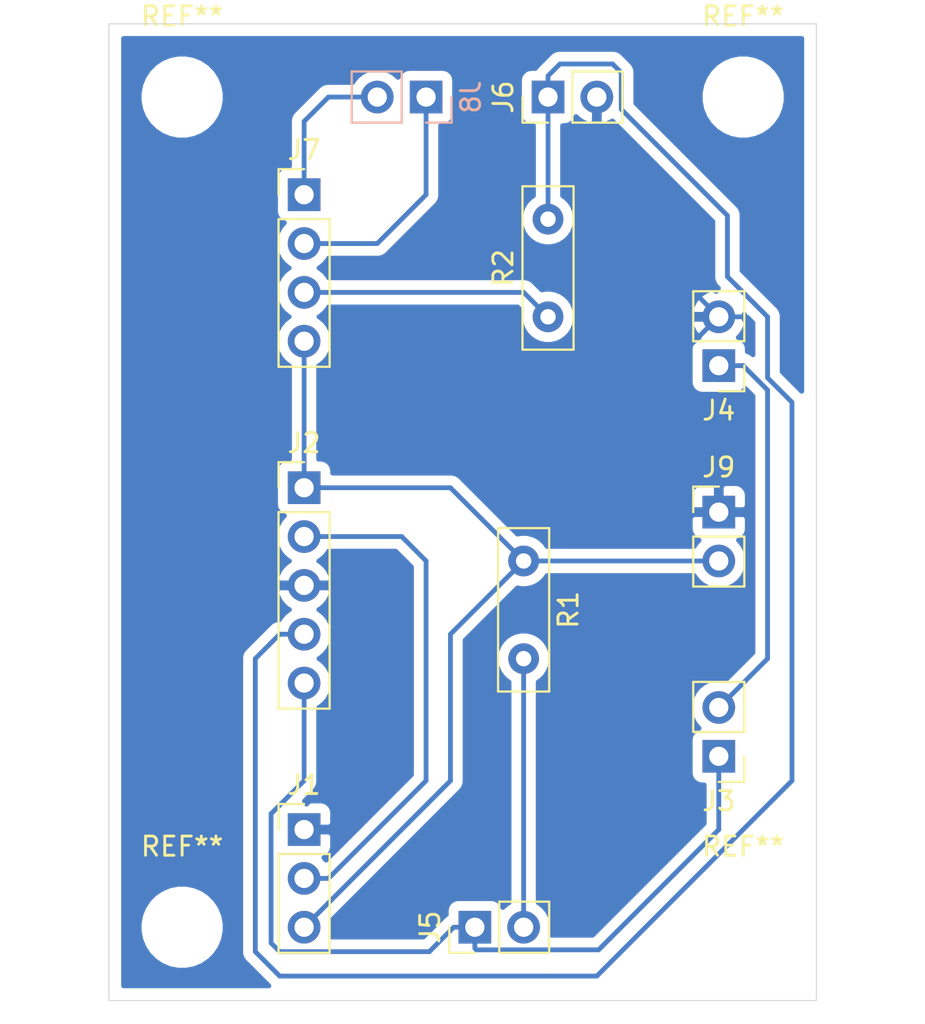
<source format=kicad_pcb>
(kicad_pcb (version 20171130) (host pcbnew "(5.1.0-0)")

  (general
    (thickness 1.6)
    (drawings 4)
    (tracks 76)
    (zones 0)
    (modules 15)
    (nets 11)
  )

  (page A)
  (title_block
    (title "K40 Interface Board")
    (date 2019-03-24)
    (rev 1.0)
    (company "Clifton Jones")
  )

  (layers
    (0 F.Cu signal)
    (31 B.Cu signal)
    (33 F.Adhes user)
    (35 F.Paste user)
    (37 F.SilkS user)
    (39 F.Mask user)
    (40 Dwgs.User user)
    (41 Cmts.User user)
    (42 Eco1.User user)
    (43 Eco2.User user)
    (44 Edge.Cuts user)
    (45 Margin user)
    (46 B.CrtYd user)
    (47 F.CrtYd user)
    (49 F.Fab user)
  )

  (setup
    (last_trace_width 0.25)
    (trace_clearance 0.2)
    (zone_clearance 0.508)
    (zone_45_only no)
    (trace_min 0.2)
    (via_size 0.8)
    (via_drill 0.4)
    (via_min_size 0.4)
    (via_min_drill 0.3)
    (uvia_size 0.3)
    (uvia_drill 0.1)
    (uvias_allowed no)
    (uvia_min_size 0.2)
    (uvia_min_drill 0.1)
    (edge_width 0.05)
    (segment_width 0.2)
    (pcb_text_width 0.3)
    (pcb_text_size 1.5 1.5)
    (mod_edge_width 0.12)
    (mod_text_size 1 1)
    (mod_text_width 0.15)
    (pad_size 1.524 1.524)
    (pad_drill 0.762)
    (pad_to_mask_clearance 0.051)
    (solder_mask_min_width 0.25)
    (aux_axis_origin 0 0)
    (visible_elements FFFFFF7F)
    (pcbplotparams
      (layerselection 0x00000_fffffffe)
      (usegerberextensions false)
      (usegerberattributes false)
      (usegerberadvancedattributes false)
      (creategerberjobfile false)
      (excludeedgelayer true)
      (linewidth 0.100000)
      (plotframeref false)
      (viasonmask false)
      (mode 1)
      (useauxorigin false)
      (hpglpennumber 1)
      (hpglpenspeed 20)
      (hpglpendiameter 15.000000)
      (psnegative false)
      (psa4output false)
      (plotreference true)
      (plotvalue true)
      (plotinvisibletext false)
      (padsonsilk false)
      (subtractmaskfromsilk false)
      (outputformat 1)
      (mirror false)
      (drillshape 0)
      (scaleselection 1)
      (outputdirectory ""))
  )

  (net 0 "")
  (net 1 +5V)
  (net 2 /IN)
  (net 3 GND)
  (net 4 /EN_LED+)
  (net 5 /K-)
  (net 6 "Net-(J3-Pad2)")
  (net 7 /EN_LED-)
  (net 8 /Act_LED-)
  (net 9 "Net-(J7-Pad2)")
  (net 10 "Net-(J7-Pad1)")

  (net_class Default "This is the default net class."
    (clearance 0.2)
    (trace_width 0.25)
    (via_dia 0.8)
    (via_drill 0.4)
    (uvia_dia 0.3)
    (uvia_drill 0.1)
    (add_net +5V)
    (add_net /Act_LED-)
    (add_net /EN_LED+)
    (add_net /EN_LED-)
    (add_net /IN)
    (add_net /K-)
    (add_net GND)
    (add_net "Net-(J3-Pad2)")
    (add_net "Net-(J7-Pad1)")
    (add_net "Net-(J7-Pad2)")
  )

  (module Mounting_Holes:MountingHole_3.2mm_M3 (layer F.Cu) (tedit 56D1B4CB) (tstamp 5C9C2772)
    (at 120.65 118.11)
    (descr "Mounting Hole 3.2mm, no annular, M3")
    (tags "mounting hole 3.2mm no annular m3")
    (attr virtual)
    (fp_text reference REF** (at 0 -4.2) (layer F.SilkS)
      (effects (font (size 1 1) (thickness 0.15)))
    )
    (fp_text value MountingHole_3.2mm_M3 (at 0 4.2) (layer F.Fab)
      (effects (font (size 1 1) (thickness 0.15)))
    )
    (fp_text user %R (at 0.3 0) (layer F.Fab)
      (effects (font (size 1 1) (thickness 0.15)))
    )
    (fp_circle (center 0 0) (end 3.2 0) (layer Cmts.User) (width 0.15))
    (fp_circle (center 0 0) (end 3.45 0) (layer F.CrtYd) (width 0.05))
    (pad 1 np_thru_hole circle (at 0 0) (size 3.2 3.2) (drill 3.2) (layers *.Cu *.Mask))
  )

  (module Mounting_Holes:MountingHole_3.2mm_M3 (layer F.Cu) (tedit 56D1B4CB) (tstamp 5C9C2759)
    (at 91.44 118.11)
    (descr "Mounting Hole 3.2mm, no annular, M3")
    (tags "mounting hole 3.2mm no annular m3")
    (attr virtual)
    (fp_text reference REF** (at 0 -4.2) (layer F.SilkS)
      (effects (font (size 1 1) (thickness 0.15)))
    )
    (fp_text value MountingHole_3.2mm_M3 (at 0 4.2) (layer F.Fab)
      (effects (font (size 1 1) (thickness 0.15)))
    )
    (fp_circle (center 0 0) (end 3.45 0) (layer F.CrtYd) (width 0.05))
    (fp_circle (center 0 0) (end 3.2 0) (layer Cmts.User) (width 0.15))
    (fp_text user %R (at 0.3 0) (layer F.Fab)
      (effects (font (size 1 1) (thickness 0.15)))
    )
    (pad 1 np_thru_hole circle (at 0 0) (size 3.2 3.2) (drill 3.2) (layers *.Cu *.Mask))
  )

  (module Mounting_Holes:MountingHole_3.2mm_M3 (layer F.Cu) (tedit 56D1B4CB) (tstamp 5C9C2745)
    (at 120.65 74.93)
    (descr "Mounting Hole 3.2mm, no annular, M3")
    (tags "mounting hole 3.2mm no annular m3")
    (attr virtual)
    (fp_text reference REF** (at 0 -4.2) (layer F.SilkS)
      (effects (font (size 1 1) (thickness 0.15)))
    )
    (fp_text value MountingHole_3.2mm_M3 (at 0 4.2) (layer F.Fab)
      (effects (font (size 1 1) (thickness 0.15)))
    )
    (fp_circle (center 0 0) (end 3.45 0) (layer F.CrtYd) (width 0.05))
    (fp_circle (center 0 0) (end 3.2 0) (layer Cmts.User) (width 0.15))
    (fp_text user %R (at 0.3 0) (layer F.Fab)
      (effects (font (size 1 1) (thickness 0.15)))
    )
    (pad 1 np_thru_hole circle (at 0 0) (size 3.2 3.2) (drill 3.2) (layers *.Cu *.Mask))
  )

  (module Mounting_Holes:MountingHole_3.2mm_M3 (layer F.Cu) (tedit 56D1B4CB) (tstamp 5C984AC0)
    (at 91.44 74.93)
    (descr "Mounting Hole 3.2mm, no annular, M3")
    (tags "mounting hole 3.2mm no annular m3")
    (attr virtual)
    (fp_text reference REF** (at 0 -4.2) (layer F.SilkS)
      (effects (font (size 1 1) (thickness 0.15)))
    )
    (fp_text value MountingHole_3.2mm_M3 (at 0 4.2) (layer F.Fab)
      (effects (font (size 1 1) (thickness 0.15)))
    )
    (fp_text user %R (at 0.3 0) (layer F.Fab)
      (effects (font (size 1 1) (thickness 0.15)))
    )
    (fp_circle (center 0 0) (end 3.2 0) (layer Cmts.User) (width 0.15))
    (fp_circle (center 0 0) (end 3.45 0) (layer F.CrtYd) (width 0.05))
    (pad 1 np_thru_hole circle (at 0 0) (size 3.2 3.2) (drill 3.2) (layers *.Cu *.Mask))
  )

  (module Pin_Headers:Pin_Header_Straight_1x03_Pitch2.54mm (layer F.Cu) (tedit 59650532) (tstamp 5C984386)
    (at 97.79 113.03)
    (descr "Through hole straight pin header, 1x03, 2.54mm pitch, single row")
    (tags "Through hole pin header THT 1x03 2.54mm single row")
    (path /5C6B80EE)
    (fp_text reference J1 (at 0 -2.33) (layer F.SilkS)
      (effects (font (size 1 1) (thickness 0.15)))
    )
    (fp_text value "Current Adj" (at 0 7.41) (layer F.Fab)
      (effects (font (size 1 1) (thickness 0.15)))
    )
    (fp_text user %R (at 0 2.54 90) (layer F.Fab)
      (effects (font (size 1 1) (thickness 0.15)))
    )
    (fp_line (start 1.8 -1.8) (end -1.8 -1.8) (layer F.CrtYd) (width 0.05))
    (fp_line (start 1.8 6.85) (end 1.8 -1.8) (layer F.CrtYd) (width 0.05))
    (fp_line (start -1.8 6.85) (end 1.8 6.85) (layer F.CrtYd) (width 0.05))
    (fp_line (start -1.8 -1.8) (end -1.8 6.85) (layer F.CrtYd) (width 0.05))
    (fp_line (start -1.33 -1.33) (end 0 -1.33) (layer F.SilkS) (width 0.12))
    (fp_line (start -1.33 0) (end -1.33 -1.33) (layer F.SilkS) (width 0.12))
    (fp_line (start -1.33 1.27) (end 1.33 1.27) (layer F.SilkS) (width 0.12))
    (fp_line (start 1.33 1.27) (end 1.33 6.41) (layer F.SilkS) (width 0.12))
    (fp_line (start -1.33 1.27) (end -1.33 6.41) (layer F.SilkS) (width 0.12))
    (fp_line (start -1.33 6.41) (end 1.33 6.41) (layer F.SilkS) (width 0.12))
    (fp_line (start -1.27 -0.635) (end -0.635 -1.27) (layer F.Fab) (width 0.1))
    (fp_line (start -1.27 6.35) (end -1.27 -0.635) (layer F.Fab) (width 0.1))
    (fp_line (start 1.27 6.35) (end -1.27 6.35) (layer F.Fab) (width 0.1))
    (fp_line (start 1.27 -1.27) (end 1.27 6.35) (layer F.Fab) (width 0.1))
    (fp_line (start -0.635 -1.27) (end 1.27 -1.27) (layer F.Fab) (width 0.1))
    (pad 3 thru_hole oval (at 0 5.08) (size 1.7 1.7) (drill 1) (layers *.Cu *.Mask)
      (net 1 +5V))
    (pad 2 thru_hole oval (at 0 2.54) (size 1.7 1.7) (drill 1) (layers *.Cu *.Mask)
      (net 2 /IN))
    (pad 1 thru_hole rect (at 0 0) (size 1.7 1.7) (drill 1) (layers *.Cu *.Mask)
      (net 3 GND))
    (model ${KISYS3DMOD}/Pin_Headers.3dshapes/Pin_Header_Straight_1x03_Pitch2.54mm.wrl
      (at (xyz 0 0 0))
      (scale (xyz 1 1 1))
      (rotate (xyz 0 0 0))
    )
  )

  (module Pin_Headers:Pin_Header_Straight_1x05_Pitch2.54mm (layer F.Cu) (tedit 59650532) (tstamp 5C98439F)
    (at 97.79 95.25)
    (descr "Through hole straight pin header, 1x05, 2.54mm pitch, single row")
    (tags "Through hole pin header THT 1x05 2.54mm single row")
    (path /5C5FB305)
    (fp_text reference J2 (at 0 -2.33) (layer F.SilkS)
      (effects (font (size 1 1) (thickness 0.15)))
    )
    (fp_text value "PSU Conn" (at 0 12.49) (layer F.Fab)
      (effects (font (size 1 1) (thickness 0.15)))
    )
    (fp_text user %R (at 0 5.08 90) (layer F.Fab)
      (effects (font (size 1 1) (thickness 0.15)))
    )
    (fp_line (start 1.8 -1.8) (end -1.8 -1.8) (layer F.CrtYd) (width 0.05))
    (fp_line (start 1.8 11.95) (end 1.8 -1.8) (layer F.CrtYd) (width 0.05))
    (fp_line (start -1.8 11.95) (end 1.8 11.95) (layer F.CrtYd) (width 0.05))
    (fp_line (start -1.8 -1.8) (end -1.8 11.95) (layer F.CrtYd) (width 0.05))
    (fp_line (start -1.33 -1.33) (end 0 -1.33) (layer F.SilkS) (width 0.12))
    (fp_line (start -1.33 0) (end -1.33 -1.33) (layer F.SilkS) (width 0.12))
    (fp_line (start -1.33 1.27) (end 1.33 1.27) (layer F.SilkS) (width 0.12))
    (fp_line (start 1.33 1.27) (end 1.33 11.49) (layer F.SilkS) (width 0.12))
    (fp_line (start -1.33 1.27) (end -1.33 11.49) (layer F.SilkS) (width 0.12))
    (fp_line (start -1.33 11.49) (end 1.33 11.49) (layer F.SilkS) (width 0.12))
    (fp_line (start -1.27 -0.635) (end -0.635 -1.27) (layer F.Fab) (width 0.1))
    (fp_line (start -1.27 11.43) (end -1.27 -0.635) (layer F.Fab) (width 0.1))
    (fp_line (start 1.27 11.43) (end -1.27 11.43) (layer F.Fab) (width 0.1))
    (fp_line (start 1.27 -1.27) (end 1.27 11.43) (layer F.Fab) (width 0.1))
    (fp_line (start -0.635 -1.27) (end 1.27 -1.27) (layer F.Fab) (width 0.1))
    (pad 5 thru_hole oval (at 0 10.16) (size 1.7 1.7) (drill 1) (layers *.Cu *.Mask)
      (net 4 /EN_LED+))
    (pad 4 thru_hole oval (at 0 7.62) (size 1.7 1.7) (drill 1) (layers *.Cu *.Mask)
      (net 5 /K-))
    (pad 3 thru_hole oval (at 0 5.08) (size 1.7 1.7) (drill 1) (layers *.Cu *.Mask)
      (net 3 GND))
    (pad 2 thru_hole oval (at 0 2.54) (size 1.7 1.7) (drill 1) (layers *.Cu *.Mask)
      (net 2 /IN))
    (pad 1 thru_hole rect (at 0 0) (size 1.7 1.7) (drill 1) (layers *.Cu *.Mask)
      (net 1 +5V))
    (model ${KISYS3DMOD}/Pin_Headers.3dshapes/Pin_Header_Straight_1x05_Pitch2.54mm.wrl
      (at (xyz 0 0 0))
      (scale (xyz 1 1 1))
      (rotate (xyz 0 0 0))
    )
  )

  (module Pin_Headers:Pin_Header_Straight_1x02_Pitch2.54mm (layer F.Cu) (tedit 59650532) (tstamp 5C9843B5)
    (at 119.38 109.22 180)
    (descr "Through hole straight pin header, 1x02, 2.54mm pitch, single row")
    (tags "Through hole pin header THT 1x02 2.54mm single row")
    (path /5C6CC8CB)
    (fp_text reference J3 (at 0 -2.33 180) (layer F.SilkS)
      (effects (font (size 1 1) (thickness 0.15)))
    )
    (fp_text value "Water On" (at 0 4.87 180) (layer F.Fab)
      (effects (font (size 1 1) (thickness 0.15)))
    )
    (fp_line (start -0.635 -1.27) (end 1.27 -1.27) (layer F.Fab) (width 0.1))
    (fp_line (start 1.27 -1.27) (end 1.27 3.81) (layer F.Fab) (width 0.1))
    (fp_line (start 1.27 3.81) (end -1.27 3.81) (layer F.Fab) (width 0.1))
    (fp_line (start -1.27 3.81) (end -1.27 -0.635) (layer F.Fab) (width 0.1))
    (fp_line (start -1.27 -0.635) (end -0.635 -1.27) (layer F.Fab) (width 0.1))
    (fp_line (start -1.33 3.87) (end 1.33 3.87) (layer F.SilkS) (width 0.12))
    (fp_line (start -1.33 1.27) (end -1.33 3.87) (layer F.SilkS) (width 0.12))
    (fp_line (start 1.33 1.27) (end 1.33 3.87) (layer F.SilkS) (width 0.12))
    (fp_line (start -1.33 1.27) (end 1.33 1.27) (layer F.SilkS) (width 0.12))
    (fp_line (start -1.33 0) (end -1.33 -1.33) (layer F.SilkS) (width 0.12))
    (fp_line (start -1.33 -1.33) (end 0 -1.33) (layer F.SilkS) (width 0.12))
    (fp_line (start -1.8 -1.8) (end -1.8 4.35) (layer F.CrtYd) (width 0.05))
    (fp_line (start -1.8 4.35) (end 1.8 4.35) (layer F.CrtYd) (width 0.05))
    (fp_line (start 1.8 4.35) (end 1.8 -1.8) (layer F.CrtYd) (width 0.05))
    (fp_line (start 1.8 -1.8) (end -1.8 -1.8) (layer F.CrtYd) (width 0.05))
    (fp_text user %R (at 0 1.27 270) (layer F.Fab)
      (effects (font (size 1 1) (thickness 0.15)))
    )
    (pad 1 thru_hole rect (at 0 0 180) (size 1.7 1.7) (drill 1) (layers *.Cu *.Mask)
      (net 4 /EN_LED+))
    (pad 2 thru_hole oval (at 0 2.54 180) (size 1.7 1.7) (drill 1) (layers *.Cu *.Mask)
      (net 6 "Net-(J3-Pad2)"))
    (model ${KISYS3DMOD}/Pin_Headers.3dshapes/Pin_Header_Straight_1x02_Pitch2.54mm.wrl
      (at (xyz 0 0 0))
      (scale (xyz 1 1 1))
      (rotate (xyz 0 0 0))
    )
  )

  (module Pin_Headers:Pin_Header_Straight_1x02_Pitch2.54mm (layer F.Cu) (tedit 59650532) (tstamp 5C9843CB)
    (at 119.38 88.9 180)
    (descr "Through hole straight pin header, 1x02, 2.54mm pitch, single row")
    (tags "Through hole pin header THT 1x02 2.54mm single row")
    (path /5C8095E5)
    (fp_text reference J4 (at 0 -2.33 180) (layer F.SilkS)
      (effects (font (size 1 1) (thickness 0.15)))
    )
    (fp_text value "Enable SW" (at 0 4.87 180) (layer F.Fab)
      (effects (font (size 1 1) (thickness 0.15)))
    )
    (fp_text user %R (at 0 1.27 270) (layer F.Fab)
      (effects (font (size 1 1) (thickness 0.15)))
    )
    (fp_line (start 1.8 -1.8) (end -1.8 -1.8) (layer F.CrtYd) (width 0.05))
    (fp_line (start 1.8 4.35) (end 1.8 -1.8) (layer F.CrtYd) (width 0.05))
    (fp_line (start -1.8 4.35) (end 1.8 4.35) (layer F.CrtYd) (width 0.05))
    (fp_line (start -1.8 -1.8) (end -1.8 4.35) (layer F.CrtYd) (width 0.05))
    (fp_line (start -1.33 -1.33) (end 0 -1.33) (layer F.SilkS) (width 0.12))
    (fp_line (start -1.33 0) (end -1.33 -1.33) (layer F.SilkS) (width 0.12))
    (fp_line (start -1.33 1.27) (end 1.33 1.27) (layer F.SilkS) (width 0.12))
    (fp_line (start 1.33 1.27) (end 1.33 3.87) (layer F.SilkS) (width 0.12))
    (fp_line (start -1.33 1.27) (end -1.33 3.87) (layer F.SilkS) (width 0.12))
    (fp_line (start -1.33 3.87) (end 1.33 3.87) (layer F.SilkS) (width 0.12))
    (fp_line (start -1.27 -0.635) (end -0.635 -1.27) (layer F.Fab) (width 0.1))
    (fp_line (start -1.27 3.81) (end -1.27 -0.635) (layer F.Fab) (width 0.1))
    (fp_line (start 1.27 3.81) (end -1.27 3.81) (layer F.Fab) (width 0.1))
    (fp_line (start 1.27 -1.27) (end 1.27 3.81) (layer F.Fab) (width 0.1))
    (fp_line (start -0.635 -1.27) (end 1.27 -1.27) (layer F.Fab) (width 0.1))
    (pad 2 thru_hole oval (at 0 2.54 180) (size 1.7 1.7) (drill 1) (layers *.Cu *.Mask)
      (net 3 GND))
    (pad 1 thru_hole rect (at 0 0 180) (size 1.7 1.7) (drill 1) (layers *.Cu *.Mask)
      (net 6 "Net-(J3-Pad2)"))
    (model ${KISYS3DMOD}/Pin_Headers.3dshapes/Pin_Header_Straight_1x02_Pitch2.54mm.wrl
      (at (xyz 0 0 0))
      (scale (xyz 1 1 1))
      (rotate (xyz 0 0 0))
    )
  )

  (module Pin_Headers:Pin_Header_Straight_1x02_Pitch2.54mm (layer F.Cu) (tedit 59650532) (tstamp 5C9843E1)
    (at 106.68 118.11 90)
    (descr "Through hole straight pin header, 1x02, 2.54mm pitch, single row")
    (tags "Through hole pin header THT 1x02 2.54mm single row")
    (path /5C812516)
    (fp_text reference J5 (at 0 -2.33 90) (layer F.SilkS)
      (effects (font (size 1 1) (thickness 0.15)))
    )
    (fp_text value "Enabled LED" (at 0 4.87 90) (layer F.Fab)
      (effects (font (size 1 1) (thickness 0.15)))
    )
    (fp_line (start -0.635 -1.27) (end 1.27 -1.27) (layer F.Fab) (width 0.1))
    (fp_line (start 1.27 -1.27) (end 1.27 3.81) (layer F.Fab) (width 0.1))
    (fp_line (start 1.27 3.81) (end -1.27 3.81) (layer F.Fab) (width 0.1))
    (fp_line (start -1.27 3.81) (end -1.27 -0.635) (layer F.Fab) (width 0.1))
    (fp_line (start -1.27 -0.635) (end -0.635 -1.27) (layer F.Fab) (width 0.1))
    (fp_line (start -1.33 3.87) (end 1.33 3.87) (layer F.SilkS) (width 0.12))
    (fp_line (start -1.33 1.27) (end -1.33 3.87) (layer F.SilkS) (width 0.12))
    (fp_line (start 1.33 1.27) (end 1.33 3.87) (layer F.SilkS) (width 0.12))
    (fp_line (start -1.33 1.27) (end 1.33 1.27) (layer F.SilkS) (width 0.12))
    (fp_line (start -1.33 0) (end -1.33 -1.33) (layer F.SilkS) (width 0.12))
    (fp_line (start -1.33 -1.33) (end 0 -1.33) (layer F.SilkS) (width 0.12))
    (fp_line (start -1.8 -1.8) (end -1.8 4.35) (layer F.CrtYd) (width 0.05))
    (fp_line (start -1.8 4.35) (end 1.8 4.35) (layer F.CrtYd) (width 0.05))
    (fp_line (start 1.8 4.35) (end 1.8 -1.8) (layer F.CrtYd) (width 0.05))
    (fp_line (start 1.8 -1.8) (end -1.8 -1.8) (layer F.CrtYd) (width 0.05))
    (fp_text user %R (at 0 1.27 180) (layer F.Fab)
      (effects (font (size 1 1) (thickness 0.15)))
    )
    (pad 1 thru_hole rect (at 0 0 90) (size 1.7 1.7) (drill 1) (layers *.Cu *.Mask)
      (net 4 /EN_LED+))
    (pad 2 thru_hole oval (at 0 2.54 90) (size 1.7 1.7) (drill 1) (layers *.Cu *.Mask)
      (net 7 /EN_LED-))
    (model ${KISYS3DMOD}/Pin_Headers.3dshapes/Pin_Header_Straight_1x02_Pitch2.54mm.wrl
      (at (xyz 0 0 0))
      (scale (xyz 1 1 1))
      (rotate (xyz 0 0 0))
    )
  )

  (module Pin_Headers:Pin_Header_Straight_1x02_Pitch2.54mm (layer F.Cu) (tedit 59650532) (tstamp 5C9843F7)
    (at 110.49 74.93 90)
    (descr "Through hole straight pin header, 1x02, 2.54mm pitch, single row")
    (tags "Through hole pin header THT 1x02 2.54mm single row")
    (path /5C6B3BDC)
    (fp_text reference J6 (at 0 -2.33 90) (layer F.SilkS)
      (effects (font (size 1 1) (thickness 0.15)))
    )
    (fp_text value "Test Fire" (at 0 4.87 90) (layer F.Fab)
      (effects (font (size 1 1) (thickness 0.15)))
    )
    (fp_text user %R (at 0 1.27 180) (layer F.Fab)
      (effects (font (size 1 1) (thickness 0.15)))
    )
    (fp_line (start 1.8 -1.8) (end -1.8 -1.8) (layer F.CrtYd) (width 0.05))
    (fp_line (start 1.8 4.35) (end 1.8 -1.8) (layer F.CrtYd) (width 0.05))
    (fp_line (start -1.8 4.35) (end 1.8 4.35) (layer F.CrtYd) (width 0.05))
    (fp_line (start -1.8 -1.8) (end -1.8 4.35) (layer F.CrtYd) (width 0.05))
    (fp_line (start -1.33 -1.33) (end 0 -1.33) (layer F.SilkS) (width 0.12))
    (fp_line (start -1.33 0) (end -1.33 -1.33) (layer F.SilkS) (width 0.12))
    (fp_line (start -1.33 1.27) (end 1.33 1.27) (layer F.SilkS) (width 0.12))
    (fp_line (start 1.33 1.27) (end 1.33 3.87) (layer F.SilkS) (width 0.12))
    (fp_line (start -1.33 1.27) (end -1.33 3.87) (layer F.SilkS) (width 0.12))
    (fp_line (start -1.33 3.87) (end 1.33 3.87) (layer F.SilkS) (width 0.12))
    (fp_line (start -1.27 -0.635) (end -0.635 -1.27) (layer F.Fab) (width 0.1))
    (fp_line (start -1.27 3.81) (end -1.27 -0.635) (layer F.Fab) (width 0.1))
    (fp_line (start 1.27 3.81) (end -1.27 3.81) (layer F.Fab) (width 0.1))
    (fp_line (start 1.27 -1.27) (end 1.27 3.81) (layer F.Fab) (width 0.1))
    (fp_line (start -0.635 -1.27) (end 1.27 -1.27) (layer F.Fab) (width 0.1))
    (pad 2 thru_hole oval (at 0 2.54 90) (size 1.7 1.7) (drill 1) (layers *.Cu *.Mask)
      (net 3 GND))
    (pad 1 thru_hole rect (at 0 0 90) (size 1.7 1.7) (drill 1) (layers *.Cu *.Mask)
      (net 5 /K-))
    (model ${KISYS3DMOD}/Pin_Headers.3dshapes/Pin_Header_Straight_1x02_Pitch2.54mm.wrl
      (at (xyz 0 0 0))
      (scale (xyz 1 1 1))
      (rotate (xyz 0 0 0))
    )
  )

  (module Pin_Headers:Pin_Header_Straight_1x04_Pitch2.54mm (layer F.Cu) (tedit 59650532) (tstamp 5C98440F)
    (at 97.79 80.01)
    (descr "Through hole straight pin header, 1x04, 2.54mm pitch, single row")
    (tags "Through hole pin header THT 1x04 2.54mm single row")
    (path /5C5FB37A)
    (fp_text reference J7 (at 0 -2.33) (layer F.SilkS)
      (effects (font (size 1 1) (thickness 0.15)))
    )
    (fp_text value "Stop Conn" (at 0 9.95) (layer F.Fab)
      (effects (font (size 1 1) (thickness 0.15)))
    )
    (fp_text user %R (at 0 3.81 90) (layer F.Fab)
      (effects (font (size 1 1) (thickness 0.15)))
    )
    (fp_line (start 1.8 -1.8) (end -1.8 -1.8) (layer F.CrtYd) (width 0.05))
    (fp_line (start 1.8 9.4) (end 1.8 -1.8) (layer F.CrtYd) (width 0.05))
    (fp_line (start -1.8 9.4) (end 1.8 9.4) (layer F.CrtYd) (width 0.05))
    (fp_line (start -1.8 -1.8) (end -1.8 9.4) (layer F.CrtYd) (width 0.05))
    (fp_line (start -1.33 -1.33) (end 0 -1.33) (layer F.SilkS) (width 0.12))
    (fp_line (start -1.33 0) (end -1.33 -1.33) (layer F.SilkS) (width 0.12))
    (fp_line (start -1.33 1.27) (end 1.33 1.27) (layer F.SilkS) (width 0.12))
    (fp_line (start 1.33 1.27) (end 1.33 8.95) (layer F.SilkS) (width 0.12))
    (fp_line (start -1.33 1.27) (end -1.33 8.95) (layer F.SilkS) (width 0.12))
    (fp_line (start -1.33 8.95) (end 1.33 8.95) (layer F.SilkS) (width 0.12))
    (fp_line (start -1.27 -0.635) (end -0.635 -1.27) (layer F.Fab) (width 0.1))
    (fp_line (start -1.27 8.89) (end -1.27 -0.635) (layer F.Fab) (width 0.1))
    (fp_line (start 1.27 8.89) (end -1.27 8.89) (layer F.Fab) (width 0.1))
    (fp_line (start 1.27 -1.27) (end 1.27 8.89) (layer F.Fab) (width 0.1))
    (fp_line (start -0.635 -1.27) (end 1.27 -1.27) (layer F.Fab) (width 0.1))
    (pad 4 thru_hole oval (at 0 7.62) (size 1.7 1.7) (drill 1) (layers *.Cu *.Mask)
      (net 1 +5V))
    (pad 3 thru_hole oval (at 0 5.08) (size 1.7 1.7) (drill 1) (layers *.Cu *.Mask)
      (net 8 /Act_LED-))
    (pad 2 thru_hole oval (at 0 2.54) (size 1.7 1.7) (drill 1) (layers *.Cu *.Mask)
      (net 9 "Net-(J7-Pad2)"))
    (pad 1 thru_hole rect (at 0 0) (size 1.7 1.7) (drill 1) (layers *.Cu *.Mask)
      (net 10 "Net-(J7-Pad1)"))
    (model ${KISYS3DMOD}/Pin_Headers.3dshapes/Pin_Header_Straight_1x04_Pitch2.54mm.wrl
      (at (xyz 0 0 0))
      (scale (xyz 1 1 1))
      (rotate (xyz 0 0 0))
    )
  )

  (module Pin_Headers:Pin_Header_Straight_1x02_Pitch2.54mm (layer B.Cu) (tedit 59650532) (tstamp 5C984425)
    (at 104.14 74.93 90)
    (descr "Through hole straight pin header, 1x02, 2.54mm pitch, single row")
    (tags "Through hole pin header THT 1x02 2.54mm single row")
    (path /5C5FB35A)
    (fp_text reference J8 (at 0 2.33 90) (layer B.SilkS)
      (effects (font (size 1 1) (thickness 0.15)) (justify mirror))
    )
    (fp_text value "Ctlr Stop" (at 0 -4.87 90) (layer B.Fab)
      (effects (font (size 1 1) (thickness 0.15)) (justify mirror))
    )
    (fp_text user %R (at 0 -1.27) (layer B.Fab)
      (effects (font (size 1 1) (thickness 0.15)) (justify mirror))
    )
    (fp_line (start 1.8 1.8) (end -1.8 1.8) (layer B.CrtYd) (width 0.05))
    (fp_line (start 1.8 -4.35) (end 1.8 1.8) (layer B.CrtYd) (width 0.05))
    (fp_line (start -1.8 -4.35) (end 1.8 -4.35) (layer B.CrtYd) (width 0.05))
    (fp_line (start -1.8 1.8) (end -1.8 -4.35) (layer B.CrtYd) (width 0.05))
    (fp_line (start -1.33 1.33) (end 0 1.33) (layer B.SilkS) (width 0.12))
    (fp_line (start -1.33 0) (end -1.33 1.33) (layer B.SilkS) (width 0.12))
    (fp_line (start -1.33 -1.27) (end 1.33 -1.27) (layer B.SilkS) (width 0.12))
    (fp_line (start 1.33 -1.27) (end 1.33 -3.87) (layer B.SilkS) (width 0.12))
    (fp_line (start -1.33 -1.27) (end -1.33 -3.87) (layer B.SilkS) (width 0.12))
    (fp_line (start -1.33 -3.87) (end 1.33 -3.87) (layer B.SilkS) (width 0.12))
    (fp_line (start -1.27 0.635) (end -0.635 1.27) (layer B.Fab) (width 0.1))
    (fp_line (start -1.27 -3.81) (end -1.27 0.635) (layer B.Fab) (width 0.1))
    (fp_line (start 1.27 -3.81) (end -1.27 -3.81) (layer B.Fab) (width 0.1))
    (fp_line (start 1.27 1.27) (end 1.27 -3.81) (layer B.Fab) (width 0.1))
    (fp_line (start -0.635 1.27) (end 1.27 1.27) (layer B.Fab) (width 0.1))
    (pad 2 thru_hole oval (at 0 -2.54 90) (size 1.7 1.7) (drill 1) (layers *.Cu *.Mask)
      (net 10 "Net-(J7-Pad1)"))
    (pad 1 thru_hole rect (at 0 0 90) (size 1.7 1.7) (drill 1) (layers *.Cu *.Mask)
      (net 9 "Net-(J7-Pad2)"))
    (model ${KISYS3DMOD}/Pin_Headers.3dshapes/Pin_Header_Straight_1x02_Pitch2.54mm.wrl
      (at (xyz 0 0 0))
      (scale (xyz 1 1 1))
      (rotate (xyz 0 0 0))
    )
  )

  (module Pin_Headers:Pin_Header_Straight_1x02_Pitch2.54mm (layer F.Cu) (tedit 59650532) (tstamp 5C98443B)
    (at 119.38 96.52)
    (descr "Through hole straight pin header, 1x02, 2.54mm pitch, single row")
    (tags "Through hole pin header THT 1x02 2.54mm single row")
    (path /5C679502)
    (fp_text reference J9 (at 0 -2.33) (layer F.SilkS)
      (effects (font (size 1 1) (thickness 0.15)))
    )
    (fp_text value "Temp Power" (at 0 4.87) (layer F.Fab)
      (effects (font (size 1 1) (thickness 0.15)))
    )
    (fp_line (start -0.635 -1.27) (end 1.27 -1.27) (layer F.Fab) (width 0.1))
    (fp_line (start 1.27 -1.27) (end 1.27 3.81) (layer F.Fab) (width 0.1))
    (fp_line (start 1.27 3.81) (end -1.27 3.81) (layer F.Fab) (width 0.1))
    (fp_line (start -1.27 3.81) (end -1.27 -0.635) (layer F.Fab) (width 0.1))
    (fp_line (start -1.27 -0.635) (end -0.635 -1.27) (layer F.Fab) (width 0.1))
    (fp_line (start -1.33 3.87) (end 1.33 3.87) (layer F.SilkS) (width 0.12))
    (fp_line (start -1.33 1.27) (end -1.33 3.87) (layer F.SilkS) (width 0.12))
    (fp_line (start 1.33 1.27) (end 1.33 3.87) (layer F.SilkS) (width 0.12))
    (fp_line (start -1.33 1.27) (end 1.33 1.27) (layer F.SilkS) (width 0.12))
    (fp_line (start -1.33 0) (end -1.33 -1.33) (layer F.SilkS) (width 0.12))
    (fp_line (start -1.33 -1.33) (end 0 -1.33) (layer F.SilkS) (width 0.12))
    (fp_line (start -1.8 -1.8) (end -1.8 4.35) (layer F.CrtYd) (width 0.05))
    (fp_line (start -1.8 4.35) (end 1.8 4.35) (layer F.CrtYd) (width 0.05))
    (fp_line (start 1.8 4.35) (end 1.8 -1.8) (layer F.CrtYd) (width 0.05))
    (fp_line (start 1.8 -1.8) (end -1.8 -1.8) (layer F.CrtYd) (width 0.05))
    (fp_text user %R (at 0 1.27 90) (layer F.Fab)
      (effects (font (size 1 1) (thickness 0.15)))
    )
    (pad 1 thru_hole rect (at 0 0) (size 1.7 1.7) (drill 1) (layers *.Cu *.Mask)
      (net 3 GND))
    (pad 2 thru_hole oval (at 0 2.54) (size 1.7 1.7) (drill 1) (layers *.Cu *.Mask)
      (net 1 +5V))
    (model ${KISYS3DMOD}/Pin_Headers.3dshapes/Pin_Header_Straight_1x02_Pitch2.54mm.wrl
      (at (xyz 0 0 0))
      (scale (xyz 1 1 1))
      (rotate (xyz 0 0 0))
    )
  )

  (module Resistors_ThroughHole:R_Box_L8.4mm_W2.5mm_P5.08mm (layer F.Cu) (tedit 5874F706) (tstamp 5C98444D)
    (at 109.22 99.06 270)
    (descr "Resistor, Box series, Radial, pin pitch=5.08mm, 0.5W = 1/2W, length*width=8.38*2.54mm^2, http://www.vishay.com/docs/60051/cns020.pdf")
    (tags "Resistor Box series Radial pin pitch 5.08mm 0.5W = 1/2W length 8.38mm width 2.54mm")
    (path /5C6CF898)
    (fp_text reference R1 (at 2.54 -2.33 270) (layer F.SilkS)
      (effects (font (size 1 1) (thickness 0.15)))
    )
    (fp_text value 220 (at 2.54 2.33 270) (layer F.Fab)
      (effects (font (size 1 1) (thickness 0.15)))
    )
    (fp_line (start -1.65 -1.27) (end -1.65 1.27) (layer F.Fab) (width 0.1))
    (fp_line (start -1.65 1.27) (end 6.73 1.27) (layer F.Fab) (width 0.1))
    (fp_line (start 6.73 1.27) (end 6.73 -1.27) (layer F.Fab) (width 0.1))
    (fp_line (start 6.73 -1.27) (end -1.65 -1.27) (layer F.Fab) (width 0.1))
    (fp_line (start -1.71 -1.33) (end 6.79 -1.33) (layer F.SilkS) (width 0.12))
    (fp_line (start -1.71 1.33) (end 6.79 1.33) (layer F.SilkS) (width 0.12))
    (fp_line (start -1.71 -1.33) (end -1.71 1.33) (layer F.SilkS) (width 0.12))
    (fp_line (start 6.79 -1.33) (end 6.79 1.33) (layer F.SilkS) (width 0.12))
    (fp_line (start -2 -1.6) (end -2 1.6) (layer F.CrtYd) (width 0.05))
    (fp_line (start -2 1.6) (end 7.05 1.6) (layer F.CrtYd) (width 0.05))
    (fp_line (start 7.05 1.6) (end 7.05 -1.6) (layer F.CrtYd) (width 0.05))
    (fp_line (start 7.05 -1.6) (end -2 -1.6) (layer F.CrtYd) (width 0.05))
    (pad 1 thru_hole circle (at 0 0 270) (size 1.6 1.6) (drill 0.8) (layers *.Cu *.Mask)
      (net 1 +5V))
    (pad 2 thru_hole circle (at 5.08 0 270) (size 1.6 1.6) (drill 0.8) (layers *.Cu *.Mask)
      (net 7 /EN_LED-))
    (model ${KISYS3DMOD}/Resistors_THT.3dshapes/R_Box_L8.4mm_W2.5mm_P5.08mm.wrl
      (at (xyz 0 0 0))
      (scale (xyz 0.393701 0.393701 0.393701))
      (rotate (xyz 0 0 0))
    )
  )

  (module Resistors_ThroughHole:R_Box_L8.4mm_W2.5mm_P5.08mm (layer F.Cu) (tedit 5874F706) (tstamp 5C98445F)
    (at 110.49 86.36 90)
    (descr "Resistor, Box series, Radial, pin pitch=5.08mm, 0.5W = 1/2W, length*width=8.38*2.54mm^2, http://www.vishay.com/docs/60051/cns020.pdf")
    (tags "Resistor Box series Radial pin pitch 5.08mm 0.5W = 1/2W length 8.38mm width 2.54mm")
    (path /5C5FB33B)
    (fp_text reference R2 (at 2.54 -2.33 90) (layer F.SilkS)
      (effects (font (size 1 1) (thickness 0.15)))
    )
    (fp_text value 220 (at 2.54 2.33 90) (layer F.Fab)
      (effects (font (size 1 1) (thickness 0.15)))
    )
    (fp_line (start 7.05 -1.6) (end -2 -1.6) (layer F.CrtYd) (width 0.05))
    (fp_line (start 7.05 1.6) (end 7.05 -1.6) (layer F.CrtYd) (width 0.05))
    (fp_line (start -2 1.6) (end 7.05 1.6) (layer F.CrtYd) (width 0.05))
    (fp_line (start -2 -1.6) (end -2 1.6) (layer F.CrtYd) (width 0.05))
    (fp_line (start 6.79 -1.33) (end 6.79 1.33) (layer F.SilkS) (width 0.12))
    (fp_line (start -1.71 -1.33) (end -1.71 1.33) (layer F.SilkS) (width 0.12))
    (fp_line (start -1.71 1.33) (end 6.79 1.33) (layer F.SilkS) (width 0.12))
    (fp_line (start -1.71 -1.33) (end 6.79 -1.33) (layer F.SilkS) (width 0.12))
    (fp_line (start 6.73 -1.27) (end -1.65 -1.27) (layer F.Fab) (width 0.1))
    (fp_line (start 6.73 1.27) (end 6.73 -1.27) (layer F.Fab) (width 0.1))
    (fp_line (start -1.65 1.27) (end 6.73 1.27) (layer F.Fab) (width 0.1))
    (fp_line (start -1.65 -1.27) (end -1.65 1.27) (layer F.Fab) (width 0.1))
    (pad 2 thru_hole circle (at 5.08 0 90) (size 1.6 1.6) (drill 0.8) (layers *.Cu *.Mask)
      (net 5 /K-))
    (pad 1 thru_hole circle (at 0 0 90) (size 1.6 1.6) (drill 0.8) (layers *.Cu *.Mask)
      (net 8 /Act_LED-))
    (model ${KISYS3DMOD}/Resistors_THT.3dshapes/R_Box_L8.4mm_W2.5mm_P5.08mm.wrl
      (at (xyz 0 0 0))
      (scale (xyz 0.393701 0.393701 0.393701))
      (rotate (xyz 0 0 0))
    )
  )

  (gr_line (start 87.63 121.92) (end 87.63 71.12) (layer Edge.Cuts) (width 0.05) (tstamp 5C9C254A))
  (gr_line (start 124.46 121.92) (end 87.63 121.92) (layer Edge.Cuts) (width 0.05))
  (gr_line (start 124.46 71.12) (end 124.46 121.92) (layer Edge.Cuts) (width 0.05))
  (gr_line (start 87.63 71.12) (end 124.46 71.12) (layer Edge.Cuts) (width 0.05))

  (segment (start 97.79 95.25) (end 97.79 87.63) (width 0.25) (layer B.Cu) (net 1))
  (segment (start 109.22 99.06) (end 119.38 99.06) (width 0.25) (layer B.Cu) (net 1))
  (segment (start 97.79 118.11) (end 105.41 110.49) (width 0.25) (layer B.Cu) (net 1))
  (segment (start 105.41 102.87) (end 109.22 99.06) (width 0.25) (layer B.Cu) (net 1))
  (segment (start 105.41 110.49) (end 105.41 102.87) (width 0.25) (layer B.Cu) (net 1))
  (segment (start 105.41 95.25) (end 109.22 99.06) (width 0.25) (layer B.Cu) (net 1))
  (segment (start 97.79 95.25) (end 105.41 95.25) (width 0.25) (layer B.Cu) (net 1))
  (segment (start 102.87 97.79) (end 97.79 97.79) (width 0.25) (layer B.Cu) (net 2))
  (segment (start 104.14 99.06) (end 102.87 97.79) (width 0.25) (layer B.Cu) (net 2))
  (segment (start 104.14 110.49) (end 104.14 99.06) (width 0.25) (layer B.Cu) (net 2))
  (segment (start 99.06 115.57) (end 104.14 110.49) (width 0.25) (layer B.Cu) (net 2))
  (segment (start 97.79 115.57) (end 99.06 115.57) (width 0.25) (layer B.Cu) (net 2))
  (segment (start 119.38 86.36) (end 120.65 86.36) (width 0.25) (layer B.Cu) (net 3))
  (segment (start 119.38 86.36) (end 116.84 88.9) (width 0.25) (layer B.Cu) (net 3))
  (segment (start 116.84 88.9) (end 116.84 95.25) (width 0.25) (layer B.Cu) (net 3))
  (segment (start 118.11 96.52) (end 119.38 96.52) (width 0.25) (layer B.Cu) (net 3))
  (segment (start 116.84 95.25) (end 118.11 96.52) (width 0.25) (layer B.Cu) (net 3))
  (segment (start 101.6 100.33) (end 97.79 100.33) (width 0.25) (layer B.Cu) (net 3))
  (segment (start 102.87 101.6) (end 101.6 100.33) (width 0.25) (layer B.Cu) (net 3))
  (segment (start 102.87 110.49) (end 102.87 101.6) (width 0.25) (layer B.Cu) (net 3))
  (segment (start 100.33 113.03) (end 102.87 110.49) (width 0.25) (layer B.Cu) (net 3))
  (segment (start 97.79 113.03) (end 100.33 113.03) (width 0.25) (layer B.Cu) (net 3))
  (segment (start 107.95 83.82) (end 116.84 83.82) (width 0.25) (layer B.Cu) (net 3))
  (segment (start 106.68 82.55) (end 107.95 83.82) (width 0.25) (layer B.Cu) (net 3))
  (segment (start 106.68 73.66) (end 106.68 82.55) (width 0.25) (layer B.Cu) (net 3))
  (segment (start 105.41 72.39) (end 106.68 73.66) (width 0.25) (layer B.Cu) (net 3))
  (segment (start 100.33 72.39) (end 105.41 72.39) (width 0.25) (layer B.Cu) (net 3))
  (segment (start 116.84 83.82) (end 119.38 86.36) (width 0.25) (layer B.Cu) (net 3))
  (segment (start 93.98 78.74) (end 100.33 72.39) (width 0.25) (layer B.Cu) (net 3))
  (segment (start 97.79 100.33) (end 96.52 100.33) (width 0.25) (layer B.Cu) (net 3))
  (segment (start 93.98 97.79) (end 93.98 78.74) (width 0.25) (layer B.Cu) (net 3))
  (segment (start 96.52 100.33) (end 93.98 97.79) (width 0.25) (layer B.Cu) (net 3))
  (segment (start 119.38 113.03) (end 119.38 109.22) (width 0.25) (layer B.Cu) (net 4))
  (segment (start 96.06999 118.92999) (end 96.06999 112.21001) (width 0.25) (layer B.Cu) (net 4))
  (segment (start 97.79 110.49) (end 97.79 105.41) (width 0.25) (layer B.Cu) (net 4))
  (segment (start 96.06999 112.21001) (end 97.79 110.49) (width 0.25) (layer B.Cu) (net 4))
  (segment (start 96.06999 118.92999) (end 96.52 119.38) (width 0.25) (layer B.Cu) (net 4))
  (segment (start 105.58 118.11) (end 106.68 118.11) (width 0.25) (layer B.Cu) (net 4))
  (segment (start 104.31 119.38) (end 105.58 118.11) (width 0.25) (layer B.Cu) (net 4))
  (segment (start 96.52 119.38) (end 104.31 119.38) (width 0.25) (layer B.Cu) (net 4))
  (segment (start 106.68 119.21) (end 106.68 118.11) (width 0.25) (layer B.Cu) (net 4))
  (segment (start 106.755001 119.285001) (end 106.68 119.21) (width 0.25) (layer B.Cu) (net 4))
  (segment (start 113.124999 119.285001) (end 106.755001 119.285001) (width 0.25) (layer B.Cu) (net 4))
  (segment (start 119.38 113.03) (end 113.124999 119.285001) (width 0.25) (layer B.Cu) (net 4))
  (segment (start 110.49 74.93) (end 110.49 81.28) (width 0.25) (layer B.Cu) (net 5))
  (segment (start 110.49 73.83) (end 110.49 74.93) (width 0.25) (layer B.Cu) (net 5))
  (segment (start 111.11001 73.20999) (end 110.49 73.83) (width 0.25) (layer B.Cu) (net 5))
  (segment (start 113.84999 73.20999) (end 111.11001 73.20999) (width 0.25) (layer B.Cu) (net 5))
  (segment (start 114.3 73.66) (end 113.84999 73.20999) (width 0.25) (layer B.Cu) (net 5))
  (segment (start 119.83001 84.27001) (end 119.830009 81.093599) (width 0.25) (layer B.Cu) (net 5))
  (segment (start 121.92 86.36) (end 119.83001 84.27001) (width 0.25) (layer B.Cu) (net 5))
  (segment (start 123.19 90.80359) (end 121.92 89.53359) (width 0.25) (layer B.Cu) (net 5))
  (segment (start 123.19 110.49) (end 123.19 90.80359) (width 0.25) (layer B.Cu) (net 5))
  (segment (start 96.52 102.87) (end 95.25 104.14) (width 0.25) (layer B.Cu) (net 5))
  (segment (start 121.92 89.53359) (end 121.92 86.36) (width 0.25) (layer B.Cu) (net 5))
  (segment (start 95.25 104.14) (end 95.25 119.38) (width 0.25) (layer B.Cu) (net 5))
  (segment (start 119.830009 81.093599) (end 114.3 75.56359) (width 0.25) (layer B.Cu) (net 5))
  (segment (start 114.3 75.56359) (end 114.3 73.66) (width 0.25) (layer B.Cu) (net 5))
  (segment (start 97.79 102.87) (end 96.52 102.87) (width 0.25) (layer B.Cu) (net 5))
  (segment (start 95.25 119.38) (end 96.52 120.65) (width 0.25) (layer B.Cu) (net 5))
  (segment (start 96.52 120.65) (end 110.49 120.65) (width 0.25) (layer B.Cu) (net 5))
  (segment (start 110.49 120.65) (end 113.03 120.65) (width 0.25) (layer B.Cu) (net 5))
  (segment (start 113.03 120.65) (end 123.19 110.49) (width 0.25) (layer B.Cu) (net 5))
  (segment (start 119.38 106.68) (end 121.92 104.14) (width 0.25) (layer B.Cu) (net 6))
  (segment (start 121.92 104.14) (end 121.92 90.17) (width 0.25) (layer B.Cu) (net 6))
  (segment (start 120.65 88.9) (end 119.38 88.9) (width 0.25) (layer B.Cu) (net 6))
  (segment (start 121.92 90.17) (end 120.65 88.9) (width 0.25) (layer B.Cu) (net 6))
  (segment (start 109.22 118.11) (end 109.22 104.14) (width 0.25) (layer B.Cu) (net 7))
  (segment (start 109.22 85.09) (end 110.49 86.36) (width 0.25) (layer B.Cu) (net 8))
  (segment (start 97.79 85.09) (end 109.22 85.09) (width 0.25) (layer B.Cu) (net 8))
  (segment (start 97.79 82.55) (end 101.6 82.55) (width 0.25) (layer B.Cu) (net 9))
  (segment (start 104.14 80.01) (end 104.14 74.93) (width 0.25) (layer B.Cu) (net 9))
  (segment (start 101.6 82.55) (end 104.14 80.01) (width 0.25) (layer B.Cu) (net 9))
  (segment (start 101.6 74.93) (end 99.06 74.93) (width 0.25) (layer B.Cu) (net 10))
  (segment (start 97.79 76.2) (end 97.79 80.01) (width 0.25) (layer B.Cu) (net 10))
  (segment (start 99.06 74.93) (end 97.79 76.2) (width 0.25) (layer B.Cu) (net 10))

  (zone (net 3) (net_name GND) (layer B.Cu) (tstamp 5C9DA0E3) (hatch edge 0.508)
    (connect_pads (clearance 0.508))
    (min_thickness 0.254)
    (fill yes (arc_segments 32) (thermal_gap 0.508) (thermal_bridge_width 0.508))
    (polygon
      (pts
        (xy 123.825 121.285) (xy 123.825 71.755) (xy 88.265 71.755) (xy 88.265 121.285)
      )
    )
    (filled_polygon
      (pts
        (xy 123.698 90.236788) (xy 122.68 89.218789) (xy 122.68 86.397322) (xy 122.683676 86.359999) (xy 122.68 86.322676)
        (xy 122.68 86.322667) (xy 122.669003 86.211014) (xy 122.625546 86.067753) (xy 122.554974 85.935724) (xy 122.460001 85.819999)
        (xy 122.431003 85.796201) (xy 120.59001 83.955209) (xy 120.590008 81.130934) (xy 120.593685 81.093599) (xy 120.579012 80.944613)
        (xy 120.535555 80.801352) (xy 120.464983 80.669323) (xy 120.393808 80.582596) (xy 120.393803 80.582591) (xy 120.370009 80.553598)
        (xy 120.341016 80.529804) (xy 115.06 75.248789) (xy 115.06 74.709872) (xy 118.415 74.709872) (xy 118.415 75.150128)
        (xy 118.50089 75.581925) (xy 118.669369 75.988669) (xy 118.913962 76.354729) (xy 119.225271 76.666038) (xy 119.591331 76.910631)
        (xy 119.998075 77.07911) (xy 120.429872 77.165) (xy 120.870128 77.165) (xy 121.301925 77.07911) (xy 121.708669 76.910631)
        (xy 122.074729 76.666038) (xy 122.386038 76.354729) (xy 122.630631 75.988669) (xy 122.79911 75.581925) (xy 122.885 75.150128)
        (xy 122.885 74.709872) (xy 122.79911 74.278075) (xy 122.630631 73.871331) (xy 122.386038 73.505271) (xy 122.074729 73.193962)
        (xy 121.708669 72.949369) (xy 121.301925 72.78089) (xy 120.870128 72.695) (xy 120.429872 72.695) (xy 119.998075 72.78089)
        (xy 119.591331 72.949369) (xy 119.225271 73.193962) (xy 118.913962 73.505271) (xy 118.669369 73.871331) (xy 118.50089 74.278075)
        (xy 118.415 74.709872) (xy 115.06 74.709872) (xy 115.06 73.697322) (xy 115.063676 73.659999) (xy 115.06 73.622676)
        (xy 115.06 73.622667) (xy 115.049003 73.511014) (xy 115.005546 73.367753) (xy 114.934974 73.235724) (xy 114.840001 73.119999)
        (xy 114.810997 73.096196) (xy 114.413794 72.698993) (xy 114.389991 72.669989) (xy 114.274266 72.575016) (xy 114.142237 72.504444)
        (xy 113.998976 72.460987) (xy 113.887323 72.44999) (xy 113.887312 72.44999) (xy 113.84999 72.446314) (xy 113.812668 72.44999)
        (xy 111.147343 72.44999) (xy 111.11001 72.446313) (xy 111.072677 72.44999) (xy 110.961024 72.460987) (xy 110.817763 72.504444)
        (xy 110.685734 72.575016) (xy 110.570009 72.669989) (xy 110.54621 72.698988) (xy 109.979002 73.266197) (xy 109.949999 73.289999)
        (xy 109.894871 73.357174) (xy 109.855026 73.405724) (xy 109.835674 73.441928) (xy 109.64 73.441928) (xy 109.515518 73.454188)
        (xy 109.39582 73.490498) (xy 109.285506 73.549463) (xy 109.188815 73.628815) (xy 109.109463 73.725506) (xy 109.050498 73.83582)
        (xy 109.014188 73.955518) (xy 109.001928 74.08) (xy 109.001928 75.78) (xy 109.014188 75.904482) (xy 109.050498 76.02418)
        (xy 109.109463 76.134494) (xy 109.188815 76.231185) (xy 109.285506 76.310537) (xy 109.39582 76.369502) (xy 109.515518 76.405812)
        (xy 109.64 76.418072) (xy 109.73 76.418072) (xy 109.730001 80.061956) (xy 109.575241 80.165363) (xy 109.375363 80.365241)
        (xy 109.21832 80.600273) (xy 109.110147 80.861426) (xy 109.055 81.138665) (xy 109.055 81.421335) (xy 109.110147 81.698574)
        (xy 109.21832 81.959727) (xy 109.375363 82.194759) (xy 109.575241 82.394637) (xy 109.810273 82.55168) (xy 110.071426 82.659853)
        (xy 110.348665 82.715) (xy 110.631335 82.715) (xy 110.908574 82.659853) (xy 111.169727 82.55168) (xy 111.404759 82.394637)
        (xy 111.604637 82.194759) (xy 111.76168 81.959727) (xy 111.869853 81.698574) (xy 111.925 81.421335) (xy 111.925 81.138665)
        (xy 111.869853 80.861426) (xy 111.76168 80.600273) (xy 111.604637 80.365241) (xy 111.404759 80.165363) (xy 111.25 80.061957)
        (xy 111.25 76.418072) (xy 111.34 76.418072) (xy 111.464482 76.405812) (xy 111.58418 76.369502) (xy 111.694494 76.310537)
        (xy 111.791185 76.231185) (xy 111.870537 76.134494) (xy 111.929502 76.02418) (xy 111.953966 75.943534) (xy 112.029731 76.027588)
        (xy 112.26308 76.201641) (xy 112.525901 76.326825) (xy 112.67311 76.371476) (xy 112.903 76.250155) (xy 112.903 75.057)
        (xy 112.883 75.057) (xy 112.883 74.803) (xy 112.903 74.803) (xy 112.903 74.783) (xy 113.157 74.783)
        (xy 113.157 74.803) (xy 113.177 74.803) (xy 113.177 75.057) (xy 113.157 75.057) (xy 113.157 76.250155)
        (xy 113.38689 76.371476) (xy 113.534099 76.326825) (xy 113.79692 76.201641) (xy 113.834912 76.173303) (xy 119.070009 81.408401)
        (xy 119.070011 84.232678) (xy 119.066334 84.27001) (xy 119.070011 84.307342) (xy 119.070011 84.307343) (xy 119.071881 84.326324)
        (xy 119.081008 84.418995) (xy 119.124464 84.562256) (xy 119.195036 84.694286) (xy 119.266211 84.781012) (xy 119.29001 84.810011)
        (xy 119.319008 84.833809) (xy 119.360199 84.875) (xy 119.252998 84.875) (xy 119.252998 85.039185) (xy 119.023109 84.918519)
        (xy 118.748748 85.015843) (xy 118.498645 85.164822) (xy 118.282412 85.359731) (xy 118.108359 85.59308) (xy 117.983175 85.855901)
        (xy 117.938524 86.00311) (xy 118.059845 86.233) (xy 119.253 86.233) (xy 119.253 86.213) (xy 119.507 86.213)
        (xy 119.507 86.233) (xy 119.527 86.233) (xy 119.527 86.487) (xy 119.507 86.487) (xy 119.507 86.507)
        (xy 119.253 86.507) (xy 119.253 86.487) (xy 118.059845 86.487) (xy 117.938524 86.71689) (xy 117.983175 86.864099)
        (xy 118.108359 87.12692) (xy 118.282412 87.360269) (xy 118.366466 87.436034) (xy 118.28582 87.460498) (xy 118.175506 87.519463)
        (xy 118.078815 87.598815) (xy 117.999463 87.695506) (xy 117.940498 87.80582) (xy 117.904188 87.925518) (xy 117.891928 88.05)
        (xy 117.891928 89.75) (xy 117.904188 89.874482) (xy 117.940498 89.99418) (xy 117.999463 90.104494) (xy 118.078815 90.201185)
        (xy 118.175506 90.280537) (xy 118.28582 90.339502) (xy 118.405518 90.375812) (xy 118.53 90.388072) (xy 120.23 90.388072)
        (xy 120.354482 90.375812) (xy 120.47418 90.339502) (xy 120.584494 90.280537) (xy 120.681185 90.201185) (xy 120.760537 90.104494)
        (xy 120.767209 90.092011) (xy 121.160001 90.484803) (xy 121.16 103.825197) (xy 119.745995 105.239203) (xy 119.671111 105.216487)
        (xy 119.45295 105.195) (xy 119.30705 105.195) (xy 119.088889 105.216487) (xy 118.808966 105.301401) (xy 118.550986 105.439294)
        (xy 118.324866 105.624866) (xy 118.139294 105.850986) (xy 118.001401 106.108966) (xy 117.916487 106.388889) (xy 117.887815 106.68)
        (xy 117.916487 106.971111) (xy 118.001401 107.251034) (xy 118.139294 107.509014) (xy 118.324866 107.735134) (xy 118.354687 107.759607)
        (xy 118.28582 107.780498) (xy 118.175506 107.839463) (xy 118.078815 107.918815) (xy 117.999463 108.015506) (xy 117.940498 108.12582)
        (xy 117.904188 108.245518) (xy 117.891928 108.37) (xy 117.891928 110.07) (xy 117.904188 110.194482) (xy 117.940498 110.31418)
        (xy 117.999463 110.424494) (xy 118.078815 110.521185) (xy 118.175506 110.600537) (xy 118.28582 110.659502) (xy 118.405518 110.695812)
        (xy 118.53 110.708072) (xy 118.620001 110.708072) (xy 118.62 112.715198) (xy 112.810198 118.525001) (xy 110.645931 118.525001)
        (xy 110.683513 118.401111) (xy 110.712185 118.11) (xy 110.683513 117.818889) (xy 110.598599 117.538966) (xy 110.460706 117.280986)
        (xy 110.275134 117.054866) (xy 110.049014 116.869294) (xy 109.98 116.832405) (xy 109.98 105.358043) (xy 110.134759 105.254637)
        (xy 110.334637 105.054759) (xy 110.49168 104.819727) (xy 110.599853 104.558574) (xy 110.655 104.281335) (xy 110.655 103.998665)
        (xy 110.599853 103.721426) (xy 110.49168 103.460273) (xy 110.334637 103.225241) (xy 110.134759 103.025363) (xy 109.899727 102.86832)
        (xy 109.638574 102.760147) (xy 109.361335 102.705) (xy 109.078665 102.705) (xy 108.801426 102.760147) (xy 108.540273 102.86832)
        (xy 108.305241 103.025363) (xy 108.105363 103.225241) (xy 107.94832 103.460273) (xy 107.840147 103.721426) (xy 107.785 103.998665)
        (xy 107.785 104.281335) (xy 107.840147 104.558574) (xy 107.94832 104.819727) (xy 108.105363 105.054759) (xy 108.305241 105.254637)
        (xy 108.460001 105.358044) (xy 108.46 116.832405) (xy 108.390986 116.869294) (xy 108.164866 117.054866) (xy 108.140393 117.084687)
        (xy 108.119502 117.01582) (xy 108.060537 116.905506) (xy 107.981185 116.808815) (xy 107.884494 116.729463) (xy 107.77418 116.670498)
        (xy 107.654482 116.634188) (xy 107.53 116.621928) (xy 105.83 116.621928) (xy 105.705518 116.634188) (xy 105.58582 116.670498)
        (xy 105.475506 116.729463) (xy 105.378815 116.808815) (xy 105.299463 116.905506) (xy 105.240498 117.01582) (xy 105.204188 117.135518)
        (xy 105.191928 117.26) (xy 105.191928 117.455674) (xy 105.155724 117.475026) (xy 105.039999 117.569999) (xy 105.016201 117.598997)
        (xy 103.995199 118.62) (xy 99.187114 118.62) (xy 99.253513 118.401111) (xy 99.282185 118.11) (xy 99.253513 117.818889)
        (xy 99.230797 117.744004) (xy 105.921004 111.053798) (xy 105.950001 111.030001) (xy 106.044974 110.914276) (xy 106.115546 110.782247)
        (xy 106.159003 110.638986) (xy 106.17 110.527333) (xy 106.17 110.527324) (xy 106.173676 110.490001) (xy 106.17 110.452678)
        (xy 106.17 103.184801) (xy 108.896114 100.458688) (xy 109.078665 100.495) (xy 109.361335 100.495) (xy 109.638574 100.439853)
        (xy 109.899727 100.33168) (xy 110.134759 100.174637) (xy 110.334637 99.974759) (xy 110.438043 99.82) (xy 118.102405 99.82)
        (xy 118.139294 99.889014) (xy 118.324866 100.115134) (xy 118.550986 100.300706) (xy 118.808966 100.438599) (xy 119.088889 100.523513)
        (xy 119.30705 100.545) (xy 119.45295 100.545) (xy 119.671111 100.523513) (xy 119.951034 100.438599) (xy 120.209014 100.300706)
        (xy 120.435134 100.115134) (xy 120.620706 99.889014) (xy 120.758599 99.631034) (xy 120.843513 99.351111) (xy 120.872185 99.06)
        (xy 120.843513 98.768889) (xy 120.758599 98.488966) (xy 120.620706 98.230986) (xy 120.435134 98.004866) (xy 120.405313 97.980393)
        (xy 120.47418 97.959502) (xy 120.584494 97.900537) (xy 120.681185 97.821185) (xy 120.760537 97.724494) (xy 120.819502 97.61418)
        (xy 120.855812 97.494482) (xy 120.868072 97.37) (xy 120.865 96.80575) (xy 120.70625 96.647) (xy 119.507 96.647)
        (xy 119.507 96.667) (xy 119.253 96.667) (xy 119.253 96.647) (xy 118.05375 96.647) (xy 117.895 96.80575)
        (xy 117.891928 97.37) (xy 117.904188 97.494482) (xy 117.940498 97.61418) (xy 117.999463 97.724494) (xy 118.078815 97.821185)
        (xy 118.175506 97.900537) (xy 118.28582 97.959502) (xy 118.354687 97.980393) (xy 118.324866 98.004866) (xy 118.139294 98.230986)
        (xy 118.102405 98.3) (xy 110.438043 98.3) (xy 110.334637 98.145241) (xy 110.134759 97.945363) (xy 109.899727 97.78832)
        (xy 109.638574 97.680147) (xy 109.361335 97.625) (xy 109.078665 97.625) (xy 108.896114 97.661312) (xy 106.904802 95.67)
        (xy 117.891928 95.67) (xy 117.895 96.23425) (xy 118.05375 96.393) (xy 119.253 96.393) (xy 119.253 95.19375)
        (xy 119.507 95.19375) (xy 119.507 96.393) (xy 120.70625 96.393) (xy 120.865 96.23425) (xy 120.868072 95.67)
        (xy 120.855812 95.545518) (xy 120.819502 95.42582) (xy 120.760537 95.315506) (xy 120.681185 95.218815) (xy 120.584494 95.139463)
        (xy 120.47418 95.080498) (xy 120.354482 95.044188) (xy 120.23 95.031928) (xy 119.66575 95.035) (xy 119.507 95.19375)
        (xy 119.253 95.19375) (xy 119.09425 95.035) (xy 118.53 95.031928) (xy 118.405518 95.044188) (xy 118.28582 95.080498)
        (xy 118.175506 95.139463) (xy 118.078815 95.218815) (xy 117.999463 95.315506) (xy 117.940498 95.42582) (xy 117.904188 95.545518)
        (xy 117.891928 95.67) (xy 106.904802 95.67) (xy 105.973804 94.739003) (xy 105.950001 94.709999) (xy 105.834276 94.615026)
        (xy 105.702247 94.544454) (xy 105.558986 94.500997) (xy 105.447333 94.49) (xy 105.447322 94.49) (xy 105.41 94.486324)
        (xy 105.372678 94.49) (xy 99.278072 94.49) (xy 99.278072 94.4) (xy 99.265812 94.275518) (xy 99.229502 94.15582)
        (xy 99.170537 94.045506) (xy 99.091185 93.948815) (xy 98.994494 93.869463) (xy 98.88418 93.810498) (xy 98.764482 93.774188)
        (xy 98.64 93.761928) (xy 98.55 93.761928) (xy 98.55 88.907595) (xy 98.619014 88.870706) (xy 98.845134 88.685134)
        (xy 99.030706 88.459014) (xy 99.168599 88.201034) (xy 99.253513 87.921111) (xy 99.282185 87.63) (xy 99.253513 87.338889)
        (xy 99.168599 87.058966) (xy 99.030706 86.800986) (xy 98.845134 86.574866) (xy 98.619014 86.389294) (xy 98.564209 86.36)
        (xy 98.619014 86.330706) (xy 98.845134 86.145134) (xy 99.030706 85.919014) (xy 99.067595 85.85) (xy 108.905199 85.85)
        (xy 109.091312 86.036114) (xy 109.055 86.218665) (xy 109.055 86.501335) (xy 109.110147 86.778574) (xy 109.21832 87.039727)
        (xy 109.375363 87.274759) (xy 109.575241 87.474637) (xy 109.810273 87.63168) (xy 110.071426 87.739853) (xy 110.348665 87.795)
        (xy 110.631335 87.795) (xy 110.908574 87.739853) (xy 111.169727 87.63168) (xy 111.404759 87.474637) (xy 111.604637 87.274759)
        (xy 111.76168 87.039727) (xy 111.869853 86.778574) (xy 111.925 86.501335) (xy 111.925 86.218665) (xy 111.869853 85.941426)
        (xy 111.76168 85.680273) (xy 111.604637 85.445241) (xy 111.404759 85.245363) (xy 111.169727 85.08832) (xy 110.908574 84.980147)
        (xy 110.631335 84.925) (xy 110.348665 84.925) (xy 110.166114 84.961312) (xy 109.783804 84.579003) (xy 109.760001 84.549999)
        (xy 109.644276 84.455026) (xy 109.512247 84.384454) (xy 109.368986 84.340997) (xy 109.257333 84.33) (xy 109.257322 84.33)
        (xy 109.22 84.326324) (xy 109.182678 84.33) (xy 99.067595 84.33) (xy 99.030706 84.260986) (xy 98.845134 84.034866)
        (xy 98.619014 83.849294) (xy 98.564209 83.82) (xy 98.619014 83.790706) (xy 98.845134 83.605134) (xy 99.030706 83.379014)
        (xy 99.067595 83.31) (xy 101.562678 83.31) (xy 101.6 83.313676) (xy 101.637322 83.31) (xy 101.637333 83.31)
        (xy 101.748986 83.299003) (xy 101.892247 83.255546) (xy 102.024276 83.184974) (xy 102.140001 83.090001) (xy 102.163804 83.060997)
        (xy 104.651009 80.573794) (xy 104.680001 80.550001) (xy 104.703795 80.521008) (xy 104.703799 80.521004) (xy 104.774973 80.434277)
        (xy 104.774974 80.434276) (xy 104.845546 80.302247) (xy 104.889003 80.158986) (xy 104.9 80.047333) (xy 104.9 80.047324)
        (xy 104.903676 80.010001) (xy 104.9 79.972678) (xy 104.9 76.418072) (xy 104.99 76.418072) (xy 105.114482 76.405812)
        (xy 105.23418 76.369502) (xy 105.344494 76.310537) (xy 105.441185 76.231185) (xy 105.520537 76.134494) (xy 105.579502 76.02418)
        (xy 105.615812 75.904482) (xy 105.628072 75.78) (xy 105.628072 74.08) (xy 105.615812 73.955518) (xy 105.579502 73.83582)
        (xy 105.520537 73.725506) (xy 105.441185 73.628815) (xy 105.344494 73.549463) (xy 105.23418 73.490498) (xy 105.114482 73.454188)
        (xy 104.99 73.441928) (xy 103.29 73.441928) (xy 103.165518 73.454188) (xy 103.04582 73.490498) (xy 102.935506 73.549463)
        (xy 102.838815 73.628815) (xy 102.759463 73.725506) (xy 102.700498 73.83582) (xy 102.679607 73.904687) (xy 102.655134 73.874866)
        (xy 102.429014 73.689294) (xy 102.171034 73.551401) (xy 101.891111 73.466487) (xy 101.67295 73.445) (xy 101.52705 73.445)
        (xy 101.308889 73.466487) (xy 101.028966 73.551401) (xy 100.770986 73.689294) (xy 100.544866 73.874866) (xy 100.359294 74.100986)
        (xy 100.322405 74.17) (xy 99.097322 74.17) (xy 99.059999 74.166324) (xy 99.022676 74.17) (xy 99.022667 74.17)
        (xy 98.911014 74.180997) (xy 98.767753 74.224454) (xy 98.635724 74.295026) (xy 98.519999 74.389999) (xy 98.496201 74.418997)
        (xy 97.279003 75.636196) (xy 97.249999 75.659999) (xy 97.206851 75.712576) (xy 97.155026 75.775724) (xy 97.086203 75.904482)
        (xy 97.084454 75.907754) (xy 97.040997 76.051015) (xy 97.03 76.162668) (xy 97.03 76.162678) (xy 97.026324 76.2)
        (xy 97.03 76.237323) (xy 97.030001 78.521928) (xy 96.94 78.521928) (xy 96.815518 78.534188) (xy 96.69582 78.570498)
        (xy 96.585506 78.629463) (xy 96.488815 78.708815) (xy 96.409463 78.805506) (xy 96.350498 78.91582) (xy 96.314188 79.035518)
        (xy 96.301928 79.16) (xy 96.301928 80.86) (xy 96.314188 80.984482) (xy 96.350498 81.10418) (xy 96.409463 81.214494)
        (xy 96.488815 81.311185) (xy 96.585506 81.390537) (xy 96.69582 81.449502) (xy 96.764687 81.470393) (xy 96.734866 81.494866)
        (xy 96.549294 81.720986) (xy 96.411401 81.978966) (xy 96.326487 82.258889) (xy 96.297815 82.55) (xy 96.326487 82.841111)
        (xy 96.411401 83.121034) (xy 96.549294 83.379014) (xy 96.734866 83.605134) (xy 96.960986 83.790706) (xy 97.015791 83.82)
        (xy 96.960986 83.849294) (xy 96.734866 84.034866) (xy 96.549294 84.260986) (xy 96.411401 84.518966) (xy 96.326487 84.798889)
        (xy 96.297815 85.09) (xy 96.326487 85.381111) (xy 96.411401 85.661034) (xy 96.549294 85.919014) (xy 96.734866 86.145134)
        (xy 96.960986 86.330706) (xy 97.015791 86.36) (xy 96.960986 86.389294) (xy 96.734866 86.574866) (xy 96.549294 86.800986)
        (xy 96.411401 87.058966) (xy 96.326487 87.338889) (xy 96.297815 87.63) (xy 96.326487 87.921111) (xy 96.411401 88.201034)
        (xy 96.549294 88.459014) (xy 96.734866 88.685134) (xy 96.960986 88.870706) (xy 97.030001 88.907595) (xy 97.03 93.761928)
        (xy 96.94 93.761928) (xy 96.815518 93.774188) (xy 96.69582 93.810498) (xy 96.585506 93.869463) (xy 96.488815 93.948815)
        (xy 96.409463 94.045506) (xy 96.350498 94.15582) (xy 96.314188 94.275518) (xy 96.301928 94.4) (xy 96.301928 96.1)
        (xy 96.314188 96.224482) (xy 96.350498 96.34418) (xy 96.409463 96.454494) (xy 96.488815 96.551185) (xy 96.585506 96.630537)
        (xy 96.69582 96.689502) (xy 96.764687 96.710393) (xy 96.734866 96.734866) (xy 96.549294 96.960986) (xy 96.411401 97.218966)
        (xy 96.326487 97.498889) (xy 96.297815 97.79) (xy 96.326487 98.081111) (xy 96.411401 98.361034) (xy 96.549294 98.619014)
        (xy 96.734866 98.845134) (xy 96.960986 99.030706) (xy 97.025523 99.065201) (xy 96.908645 99.134822) (xy 96.692412 99.329731)
        (xy 96.518359 99.56308) (xy 96.393175 99.825901) (xy 96.348524 99.97311) (xy 96.469845 100.203) (xy 97.663 100.203)
        (xy 97.663 100.183) (xy 97.917 100.183) (xy 97.917 100.203) (xy 99.110155 100.203) (xy 99.231476 99.97311)
        (xy 99.186825 99.825901) (xy 99.061641 99.56308) (xy 98.887588 99.329731) (xy 98.671355 99.134822) (xy 98.554477 99.065201)
        (xy 98.619014 99.030706) (xy 98.845134 98.845134) (xy 99.030706 98.619014) (xy 99.067595 98.55) (xy 102.555199 98.55)
        (xy 103.380001 99.374803) (xy 103.38 110.175198) (xy 98.933121 114.622078) (xy 98.845134 114.514866) (xy 98.815313 114.490393)
        (xy 98.88418 114.469502) (xy 98.994494 114.410537) (xy 99.091185 114.331185) (xy 99.170537 114.234494) (xy 99.229502 114.12418)
        (xy 99.265812 114.004482) (xy 99.278072 113.88) (xy 99.275 113.31575) (xy 99.11625 113.157) (xy 97.917 113.157)
        (xy 97.917 113.177) (xy 97.663 113.177) (xy 97.663 113.157) (xy 97.643 113.157) (xy 97.643 112.903)
        (xy 97.663 112.903) (xy 97.663 112.883) (xy 97.917 112.883) (xy 97.917 112.903) (xy 99.11625 112.903)
        (xy 99.275 112.74425) (xy 99.278072 112.18) (xy 99.265812 112.055518) (xy 99.229502 111.93582) (xy 99.170537 111.825506)
        (xy 99.091185 111.728815) (xy 98.994494 111.649463) (xy 98.88418 111.590498) (xy 98.764482 111.554188) (xy 98.64 111.541928)
        (xy 98.07575 111.545) (xy 97.917002 111.703748) (xy 97.917002 111.545) (xy 97.809802 111.545) (xy 98.301009 111.053794)
        (xy 98.330001 111.030001) (xy 98.353795 111.001008) (xy 98.353799 111.001004) (xy 98.424973 110.914277) (xy 98.424974 110.914276)
        (xy 98.495546 110.782247) (xy 98.539003 110.638986) (xy 98.55 110.527333) (xy 98.55 110.527324) (xy 98.553676 110.490001)
        (xy 98.55 110.452678) (xy 98.55 106.687595) (xy 98.619014 106.650706) (xy 98.845134 106.465134) (xy 99.030706 106.239014)
        (xy 99.168599 105.981034) (xy 99.253513 105.701111) (xy 99.282185 105.41) (xy 99.253513 105.118889) (xy 99.168599 104.838966)
        (xy 99.030706 104.580986) (xy 98.845134 104.354866) (xy 98.619014 104.169294) (xy 98.564209 104.14) (xy 98.619014 104.110706)
        (xy 98.845134 103.925134) (xy 99.030706 103.699014) (xy 99.168599 103.441034) (xy 99.253513 103.161111) (xy 99.282185 102.87)
        (xy 99.253513 102.578889) (xy 99.168599 102.298966) (xy 99.030706 102.040986) (xy 98.845134 101.814866) (xy 98.619014 101.629294)
        (xy 98.554477 101.594799) (xy 98.671355 101.525178) (xy 98.887588 101.330269) (xy 99.061641 101.09692) (xy 99.186825 100.834099)
        (xy 99.231476 100.68689) (xy 99.110155 100.457) (xy 97.917 100.457) (xy 97.917 100.477) (xy 97.663 100.477)
        (xy 97.663 100.457) (xy 96.469845 100.457) (xy 96.348524 100.68689) (xy 96.393175 100.834099) (xy 96.518359 101.09692)
        (xy 96.692412 101.330269) (xy 96.908645 101.525178) (xy 97.025523 101.594799) (xy 96.960986 101.629294) (xy 96.734866 101.814866)
        (xy 96.549294 102.040986) (xy 96.514057 102.106909) (xy 96.482676 102.11) (xy 96.482667 102.11) (xy 96.371014 102.120997)
        (xy 96.227753 102.164454) (xy 96.095724 102.235026) (xy 95.979999 102.329999) (xy 95.956201 102.358997) (xy 94.739003 103.576196)
        (xy 94.709999 103.599999) (xy 94.654871 103.667174) (xy 94.615026 103.715724) (xy 94.544455 103.847753) (xy 94.544454 103.847754)
        (xy 94.500997 103.991015) (xy 94.49 104.102668) (xy 94.49 104.102678) (xy 94.486324 104.14) (xy 94.49 104.177322)
        (xy 94.490001 119.342667) (xy 94.486324 119.38) (xy 94.490001 119.417333) (xy 94.500998 119.528986) (xy 94.511912 119.564964)
        (xy 94.544454 119.672246) (xy 94.615026 119.804276) (xy 94.685379 119.89) (xy 94.71 119.920001) (xy 94.738998 119.943799)
        (xy 95.953198 121.158) (xy 88.392 121.158) (xy 88.392 117.889872) (xy 89.205 117.889872) (xy 89.205 118.330128)
        (xy 89.29089 118.761925) (xy 89.459369 119.168669) (xy 89.703962 119.534729) (xy 90.015271 119.846038) (xy 90.381331 120.090631)
        (xy 90.788075 120.25911) (xy 91.219872 120.345) (xy 91.660128 120.345) (xy 92.091925 120.25911) (xy 92.498669 120.090631)
        (xy 92.864729 119.846038) (xy 93.176038 119.534729) (xy 93.420631 119.168669) (xy 93.58911 118.761925) (xy 93.675 118.330128)
        (xy 93.675 117.889872) (xy 93.58911 117.458075) (xy 93.420631 117.051331) (xy 93.176038 116.685271) (xy 92.864729 116.373962)
        (xy 92.498669 116.129369) (xy 92.091925 115.96089) (xy 91.660128 115.875) (xy 91.219872 115.875) (xy 90.788075 115.96089)
        (xy 90.381331 116.129369) (xy 90.015271 116.373962) (xy 89.703962 116.685271) (xy 89.459369 117.051331) (xy 89.29089 117.458075)
        (xy 89.205 117.889872) (xy 88.392 117.889872) (xy 88.392 74.709872) (xy 89.205 74.709872) (xy 89.205 75.150128)
        (xy 89.29089 75.581925) (xy 89.459369 75.988669) (xy 89.703962 76.354729) (xy 90.015271 76.666038) (xy 90.381331 76.910631)
        (xy 90.788075 77.07911) (xy 91.219872 77.165) (xy 91.660128 77.165) (xy 92.091925 77.07911) (xy 92.498669 76.910631)
        (xy 92.864729 76.666038) (xy 93.176038 76.354729) (xy 93.420631 75.988669) (xy 93.58911 75.581925) (xy 93.675 75.150128)
        (xy 93.675 74.709872) (xy 93.58911 74.278075) (xy 93.420631 73.871331) (xy 93.176038 73.505271) (xy 92.864729 73.193962)
        (xy 92.498669 72.949369) (xy 92.091925 72.78089) (xy 91.660128 72.695) (xy 91.219872 72.695) (xy 90.788075 72.78089)
        (xy 90.381331 72.949369) (xy 90.015271 73.193962) (xy 89.703962 73.505271) (xy 89.459369 73.871331) (xy 89.29089 74.278075)
        (xy 89.205 74.709872) (xy 88.392 74.709872) (xy 88.392 71.882) (xy 123.698 71.882)
      )
    )
    (filled_polygon
      (pts
        (xy 121.160001 86.674803) (xy 121.16 88.335378) (xy 121.074276 88.265026) (xy 120.942247 88.194454) (xy 120.868072 88.171954)
        (xy 120.868072 88.05) (xy 120.855812 87.925518) (xy 120.819502 87.80582) (xy 120.760537 87.695506) (xy 120.681185 87.598815)
        (xy 120.584494 87.519463) (xy 120.47418 87.460498) (xy 120.393534 87.436034) (xy 120.477588 87.360269) (xy 120.651641 87.12692)
        (xy 120.776825 86.864099) (xy 120.821476 86.71689) (xy 120.700156 86.487002) (xy 120.865 86.487002) (xy 120.865 86.379801)
      )
    )
    (filled_polygon
      (pts
        (xy 120.718197 86.232998) (xy 120.700156 86.232998) (xy 120.706388 86.221189)
      )
    )
  )
)

</source>
